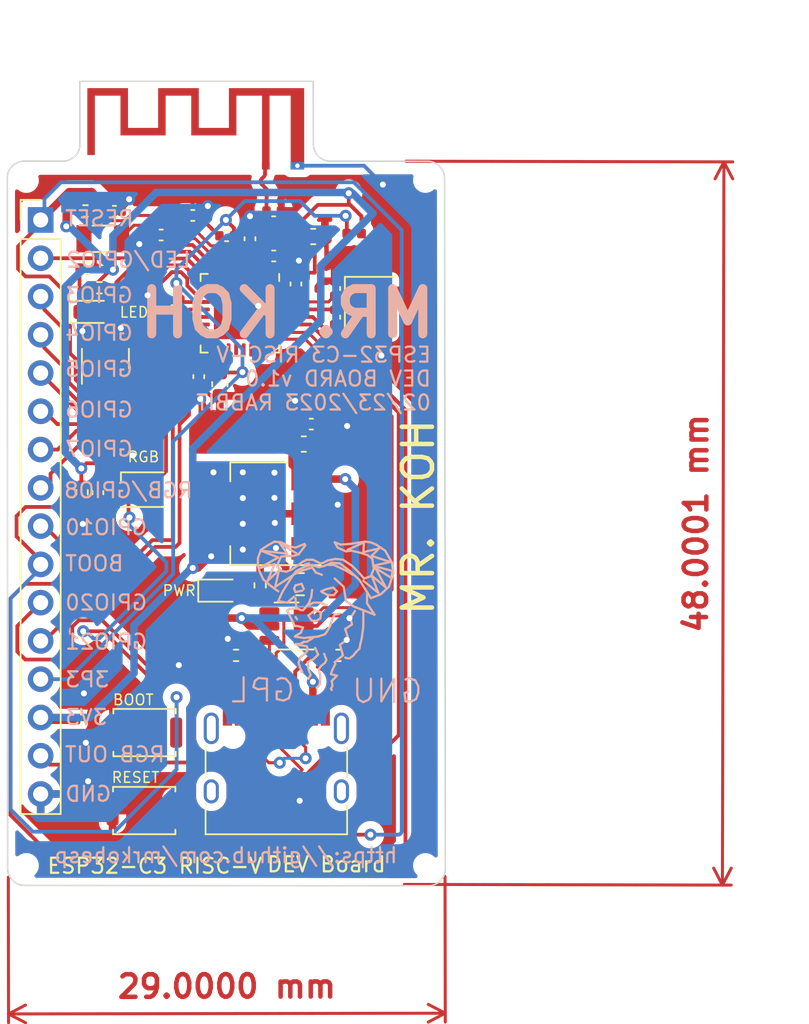
<source format=kicad_pcb>
(kicad_pcb (version 20211014) (generator pcbnew)
  (title_block (title "MR-KOH") (date "2023-01-22") (rev "1"))
  (layers (0 "F.Cu" signal) (31 "B.Cu" signal) (34 "B.Paste" user) (35 "F.Paste" user) (36 "B.SilkS" user "B.Silkscreen") (37 "F.SilkS" user "F.Silkscreen") (38 "B.Mask" user) (39 "F.Mask" user) (44 "Edge.Cuts" user))
  (net 0 "")
  (net 1 "Net-(Q1-Pad1)")
  (net 2 "/GPIO2")
  (net 3 "+3V3")
  (net 4 "Net-(D3-Pad2)")
  (net 5 "/BOOT")
  (net 6 "Net-(D1-Pad2)")
  (net 7 "GND")
  (net 8 "/RESET")
  (net 9 "/ANT")
  (net 10 "/USB_D+")
  (net 11 "/USB_D-")
  (net 12 "/USBC-")
  (net 13 "VBUS")
  (net 14 "/USBC+")
  (net 15 "Net-(C3-Pad1)")
  (net 16 "/GPIO3")
  (net 17 "/GPIO4")
  (net 18 "/GPIO5")
  (net 19 "/GPIO6")
  (net 20 "/GPIO7")
  (net 21 "/GPIO8")
  (net 22 "/GPIO10")
  (net 30 "/GPIO20")
  (net 31 "/GPIO21")
  (net 32 "/DOUT")
  (net 33 "/3p3")
  (net 34 "/XTAL32P")
  (net 35 "/XTAL32N")
  (net 36 "/XTALP")
  (net 37 "/XTALN")
  (net 39 "Net-(J1-PadA8)")
  (net 41 "Net-(J1-PadB8)")
  (footprint "LED_SMD:LED_0603_1608Metric" (layer "F.Cu") (at 27.45 60.1)
    (fp_text reference "D1" hide)
    (fp_text value "WHT" hide)
  )
  (footprint "GAP:MountingHole_1152_JLCPCB" (layer "F.Cu") (at 14.55 78.35)
    (fp_text reference "H2" hide)
    (fp_text value "MountingHole")
  )
  (footprint "Capacitor_SMD:C_0805_2012Metric" (layer "F.Cu") (at 32.725 59.675)
    (fp_text reference "C10" hide)
    (fp_text value "22u")
  )
  (footprint "Capacitor_SMD:C_0402_1005Metric" (layer "F.Cu") (at 19.3 53.6 -90)
    (fp_text reference "C19" hide)
    (fp_text value "100n")
  )
  (footprint "Capacitor_SMD:C_0402_1005Metric" (layer "F.Cu") (at 32.45 39.75 90)
    (fp_text reference "C12" hide)
    (fp_text value "100n")
  )
  (footprint "Inductor_SMD:L_0402_1005Metric" (layer "F.Cu") (at 30.5 36.4 90)
    (fp_text reference "L1" hide)
    (fp_text value "2n2")
  )
  (footprint "Connector_PinHeader_2.54mm:PinHeader_1x16_P2.54mm_Vertical" (layer "F.Cu") (at 15.5 35.5)
    (fp_text reference "J2" hide)
    (fp_text value "header")
  )
  (footprint "Capacitor_SMD:C_0402_1005Metric" (layer "F.Cu") (at 25.6 35.2)
    (fp_text reference "C5" hide)
    (fp_text value "22p")
  )
  (footprint "Crystal:Crystal_SMD_3215-2Pin_3.2x1.5mm" (layer "F.Cu") (at 19.625 36.75 180)
    (fp_text reference "Y1" hide)
    (fp_text value "32K (C32346)")
  )
  (footprint "Capacitor_SMD:C_0402_1005Metric" (layer "F.Cu") (at 20.4 34.925)
    (fp_text reference "C2" hide)
    (fp_text value "100n")
  )
  (footprint "Capacitor_SMD:C_0402_1005Metric" (layer "F.Cu") (at 35.025 40.05 90)
    (fp_text reference "C8" hide)
    (fp_text value "22p")
  )
  (footprint "Resistor_SMD:R_0402_1005Metric" (layer "F.Cu") (at 18.475 34.9)
    (fp_text reference "R1" hide)
    (fp_text value "5K1")
  )
  (footprint "Capacitor_SMD:C_0402_1005Metric" (layer "F.Cu") (at 30.98 37.89)
    (fp_text reference "C3" hide)
    (fp_text value "3p3")
  )
  (footprint "Resistor_SMD:R_0402_1005Metric" (layer "F.Cu") (at 30.075 59.75 -90)
    (fp_text reference "R4" hide)
    (fp_text value "1K5" hide)
  )
  (footprint "Resistor_SMD:R_0402_1005Metric" (layer "F.Cu") (at 18.59 38.7)
    (fp_text reference "R7" hide)
    (fp_text value "5K1")
  )
  (footprint "Capacitor_SMD:C_0402_1005Metric" (layer "F.Cu") (at 23.5 36.5 180)
    (fp_text reference "C6" hide)
    (fp_text value "22p")
  )
  (footprint "Capacitor_SMD:C_0603_1608Metric" (layer "F.Cu") (at 33.6 36.6)
    (fp_text reference "C11" hide)
    (fp_text value "10u")
  )
  (footprint "Package_DFN_QFN:QFN-32-1EP_5x5mm_P0.5mm_EP3.45x3.45mm" (layer "F.Cu") (at 28.73 41.69 -90)
    (fp_text reference "U2" hide)
    (fp_text value "ESP32-C3-FH4")
  )
  (footprint "Button_Switch_SMD:SW_Push_SPST_NO_Alps_SKRK" (layer "F.Cu") (at 22.375 74.7 180)
    (fp_text reference "SW1" hide)
    (fp_text value "RESET")
  )
  (footprint "GAP:MountingHole_1152_JLCPCB" (layer "F.Cu") (at 41.05 32.875)
    (fp_text reference "H1" hide)
    (fp_text value "MountingHole")
  )
  (footprint "GAP:MountingHole_1152_JLCPCB" (layer "F.Cu") (at 41.05 78.35)
    (fp_text reference "H4" hide)
    (fp_text value "MountingHole")
  )
  (footprint "Capacitor_SMD:C_0402_1005Metric" (layer "F.Cu") (at 29.4 36.75 90)
    (fp_text reference "C17" hide)
    (fp_text value "100n")
  )
  (footprint "Connector_USB:USB_C_Receptacle_HRO_TYPE-C-31-M-12" (layer "F.Cu") (at 31.15 72.374951)
    (fp_text reference "J1" hide)
    (fp_text value "USB_C_Receptacle_USB2.0")
  )
  (footprint "Button_Switch_SMD:SW_Push_SPST_NO_Alps_SKRK" (layer "F.Cu") (at 22.4 69.525 180)
    (fp_text reference "SW2" hide)
    (fp_text value "BOOT")
  )
  (footprint "Package_TO_SOT_SMD:SOT-23" (layer "F.Cu") (at 19.8 44.7 90)
    (fp_text reference "Q1" hide)
    (fp_text value "MMBT3904")
  )
  (footprint "GAP:MountingHole_1152_JLCPCB" (layer "F.Cu") (at 14.55 32.875)
    (fp_text reference "H3" hide)
    (fp_text value "MountingHole")
  )
  (footprint "Crystal:Crystal_SMD_3225-4Pin_3.2x2.5mm" (layer "F.Cu") (at 37.35 41.275 -90)
    (fp_text reference "Y2" hide)
    (fp_text value "40Mhz (C252256)")
  )
  (footprint "Resistor_SMD:R_0402_1005Metric" (layer "F.Cu") (at 18.25 53.575 -90)
    (fp_text reference "R5" hide)
    (fp_text value "5K1")
  )
  (footprint "Capacitor_SMD:C_0402_1005Metric" (layer "F.Cu") (at 30.975 34.9)
    (fp_text reference "C4" hide)
    (fp_text value "3p3")
  )
  (footprint "Resistor_SMD:R_0402_1005Metric" (layer "F.Cu") (at 28.475 64.399951 180)
    (fp_text reference "R3" hide)
    (fp_text value "5K1")
  )
  (footprint "Capacitor_SMD:C_0402_1005Metric" (layer "F.Cu") (at 17.825 68.225 90)
    (fp_text reference "C13" hide)
    (fp_text value "100n")
  )
  (footprint "Resistor_SMD:R_0402_1005Metric" (layer "F.Cu") (at 35.275 64.399951)
    (fp_text reference "R2" hide)
    (fp_text value "5K1")
  )
  (footprint "LED_SMD:LED_0603_1608Metric" (layer "F.Cu") (at 18.9 41.6)
    (fp_text reference "D3" hide)
    (fp_text value "RED")
  )
  (footprint "Package_TO_SOT_SMD:SOT-23-6" (layer "F.Cu") (at 31.825 62.449951 180)
    (fp_text reference "U1" hide)
    (fp_text value "USBLC6-2SC6")
  )
  (footprint "Capacitor_SMD:C_0402_1005Metric" (layer "F.Cu") (at 33.475 49.05)
    (fp_text reference "C1" hide)
    (fp_text value "100n")
  )
  (footprint "Inductor_SMD:L_0402_1005Metric" (layer "F.Cu") (at 36.315 36.4)
    (fp_text reference "L2" hide)
    (fp_text value "2n2")
  )
  (footprint "Package_TO_SOT_SMD:SOT-223-3_TabPin2" (layer "F.Cu") (at 30 55 180)
    (fp_text reference "U3" hide)
    (fp_text value "AZ1117-3.3")
  )
  (footprint "Capacitor_SMD:C_0603_1608Metric" (layer "F.Cu") (at 32.975 50.375)
    (fp_text reference "C9" hide)
    (fp_text value "10u")
  )
  (footprint "Capacitor_SMD:C_0603_1608Metric" (layer "F.Cu") (at 27.4 46.4 -90)
    (fp_text reference "C14" hide)
    (fp_text value "10u")
  )
  (footprint "LED_SMD:LED_WS2812B-2020_PLCC4_2.0x2.0mm" (layer "F.Cu") (at 22.25 53.4)
    (fp_text reference "D2" hide)
    (fp_text value "WS2812B")
  )
  (footprint "Capacitor_SMD:C_0402_1005Metric" (layer "F.Cu") (at 24.3 40.8 180)
    (fp_text reference "C16" hide)
    (fp_text value "100n")
  )
  (footprint "Resistor_SMD:R_0402_1005Metric" (layer "F.Cu") (at 19.4 40)
    (fp_text reference "R6" hide)
    (fp_text value "1K5")
  )
  (footprint "Capacitor_SMD:C_0402_1005Metric" (layer "F.Cu") (at 26 45.9 -90)
    (fp_text reference "C15" hide)
    (fp_text value "100n")
  )
  (footprint "Capacitor_SMD:C_0402_1005Metric" (layer "F.Cu") (at 35.025 41.95 -90)
    (fp_text reference "C7" hide)
    (fp_text value "22p")
  )
  (footprint "Capacitor_SMD:C_0402_1005Metric" (layer "F.Cu") (at 27.85 36.55 180)
    (fp_text reference "C18" hide)
    (fp_text value "100n")
  )
  (footprint "RF_Antenna:Texas_SWRA117D_2.4GHz_Left" (layer "F.Cu") (at 30.45 31.9)
    (fp_text reference "AE1" hide)
    (fp_text value "Antenna_Dipole")
  )
  (footprint "Symbol:Symbol_GNU-Logo_SilkscreenTop" (layer "B.Cu") (at 34.17481 60.59893 180)
    (fp_text reference "LOGO1" hide)
    (fp_text value "Logo_Open_Hardware_Small")
  )
  (gr_arc (start 18.1 30.65) (mid 17.688351 31.3425) (end 16.925 31.6) (layer "Edge.Cuts") (width 0.1))
  (gr_line (start 42.319377 32.776789) (end 42.375 78.625) (layer "Edge.Cuts") (width 0.1))
  (gr_line (start 18.1 26.3) (end 18.1 30.65) (layer "Edge.Cuts") (width 0.1))
  (gr_line (start 33.6 26.3) (end 18.1 26.3) (layer "Edge.Cuts") (width 0.1))
  (gr_line (start 13.305623 78.498211) (end 13.288351 32.5425) (layer "Edge.Cuts") (width 0.1))
  (gr_arc (start 14.370349 79.6689) (mid 13.6 79.3) (end 13.305623 78.498211) (layer "Edge.Cuts") (width 0.1))
  (gr_line (start 14.463351 31.5925) (end 16.925 31.6) (layer "Edge.Cuts") (width 0.1))
  (gr_arc (start 41.254651 31.6061) (mid 42.025 31.975) (end 42.319377 32.776789) (layer "Edge.Cuts") (width 0.1))
  (gr_arc (start 34.675 31.6) (mid 33.904651 31.2311) (end 33.610274 30.429311) (layer "Edge.Cuts") (width 0.1))
  (gr_arc (start 13.288351 32.5425) (mid 13.7 31.85) (end 14.463351 31.5925) (layer "Edge.Cuts") (width 0.1))
  (gr_line (start 34.675 31.6) (end 41.254651 31.6061) (layer "Edge.Cuts") (width 0.1))
  (gr_arc (start 42.375 78.625) (mid 42.0061 79.395349) (end 41.204311 79.689726) (layer "Edge.Cuts") (width 0.1))
  (gr_line (start 41.204311 79.689726) (end 14.370349 79.6689) (layer "Edge.Cuts") (width 0.1))
  (gr_line (start 33.610274 30.429311) (end 33.6 26.3) (layer "Edge.Cuts") (width 0.1))
  (gr_text "DEV BOARD v1.0" (at 35.244048 46.0375) (layer "B.SilkS") (effects (font (size 1 1)) (justify mirror)))
  (gr_text "GPIO6" (at 19.37619 48.1) (layer "B.SilkS") (effects (font (size 1 1)) (justify mirror)))
  (gr_text "https://github.com/mrkohesp" (at 27.8 77.675) (layer "B.SilkS") (effects (font (size 1 1)) (justify mirror)))
  (gr_text "GPIO10" (at 19.85238 55.9) (layer "B.SilkS") (effects (font (size 1 1)) (justify mirror)))
  (gr_text "GPIO21" (at 19.85238 63.5) (layer "B.SilkS") (effects (font (size 1 1)) (justify mirror)))
  (gr_text "3V3" (at 18.519047 68.5) (layer "B.SilkS") (effects (font (size 1 1)) (justify mirror)))
  (gr_text "RGB/GPIO8" (at 21.325 53.45) (layer "B.SilkS") (effects (font (size 1 1)) (justify mirror)))
  (gr_text "LED/GPIO2" (at 21.325 38.15) (layer "B.SilkS") (effects (font (size 1 1)) (justify mirror)))
  (gr_text "GPIO5" (at 19.37619 45.4) (layer "B.SilkS") (effects (font (size 1 1)) (justify mirror)))
  (gr_text "BOOT" (at 19.066666 58.3) (layer "B.SilkS") (effects (font (size 1 1)) (justify mirror)))
  (gr_text "GPIO4" (at 19.37619 43) (layer "B.SilkS") (effects (font (size 1 1)) (justify mirror)))
  (gr_text "GND" (at 18.661904 73.6) (layer "B.SilkS") (effects (font (size 1 1)) (justify mirror)))
  (gr_text "GPIO7" (at 19.37619 50.7) (layer "B.SilkS") (effects (font (size 1 1)) (justify mirror)))
  (gr_text "ESP32-C3 RISC-V" (at 34.291667 44.45) (layer "B.SilkS") (effects (font (size 1 1)) (justify mirror)))
  (gr_text "GPIO3" (at 19.37619 40.5) (layer "B.SilkS") (effects (font (size 1 1)) (justify mirror)))
  (gr_text "RESET" (at 19.4 35.4) (layer "B.SilkS") (effects (font (size 1 1)) (justify mirror)))
  (gr_text "GPIO20" (at 19.85238 60.9) (layer "B.SilkS") (effects (font (size 1 1)) (justify mirror)))
  (gr_text "MR. KOH" (at 31.875 41.7) (layer "B.SilkS") (effects (font (size 3 3) (thickness 0.6)) (justify mirror)))
  (gr_text "02/23/2023 RABBIT" (at 33.625 47.625) (layer "B.SilkS") (effects (font (size 1 1)) (justify mirror)))
  (gr_text "3P3" (at 18.590476 66) (layer "B.SilkS") (effects (font (size 1 1)) (justify mirror)))
  (gr_text "RGB OUT" (at 20.425 70.975) (layer "B.SilkS") (effects (font (size 1 1)) (justify mirror)))
  (gr_text "PWR" (at 24.7 60.1) (layer "F.SilkS") (effects (font (size 0.7 0.7) (thickness 0.1))))
  (gr_text "ESP32-C3 RISC-V" (at 23.075 78.375) (layer "F.SilkS") (effects (font (size 1 1))))
  (gr_text "DEV Board" (at 34.475 78.275) (layer "F.SilkS") (effects (font (size 1 1))))
  (gr_text "RGB" (at 22.325 51.225) (layer "F.SilkS") (effects (font (size 0.7 0.7) (thickness 0.1))))
  (gr_text "MR. KOH" (at 40.575 55.225 90) (layer "F.SilkS") (effects (font (size 2 2) (thickness 0.3))))
  (gr_text "BOOT" (at 21.65 67.35) (layer "F.SilkS") (effects (font (size 0.7 0.7) (thickness 0.1))))
  (gr_text "LED" (at 21.7 41.625) (layer "F.SilkS") (effects (font (size 0.7 0.7) (thickness 0.1))))
  (gr_text "RESET" (at 21.8 72.5) (layer "F.SilkS") (effects (font (size 0.7 0.7) (thickness 0.1))))
  (dimension (type aligned) (layer "F.Cu") (pts (xy 13.35 78.625) (xy 42.35 78.575)) (height 9.573252) (gr_text "29.0000 mm" (at 27.863403 86.373241 0.09878572886) (layer "F.Cu") (effects (font (size 1.5 1.5) (thickness 0.3)))) (format (units 3) (units_format 1) (precision 4)) (style (thickness 0.2) (arrow_length 1.27) (text_position_mode 0) (extension_height 0.58642) (extension_offset 0.5) keep_text_aligned))
  (dimension (type aligned) (layer "F.Cu") (pts (xy 39.25 31.6) (xy 39.15 79.6)) (height -21.621457) (gr_text "48.0001 mm" (at 59.021414 55.641295 89.88063397) (layer "F.Cu") (effects (font (size 1.5 1.5) (thickness 0.3)))) (format (units 3) (units_format 1) (precision 4)) (style (thickness 0.2) (arrow_length 1.27) (text_position_mode 0) (extension_height 0.58642) (extension_offset 0.5) keep_text_aligned))
  (segment (start 18.719462 40.8) (end 18.806479 40.8) (width 0.25) (layer "F.Cu") (net 1))
  (segment (start 19.175 45.3125) (end 18.85 45.6375) (width 0.25) (layer "F.Cu") (net 1))
  (segment (start 19.025 41.018521) (end 18.925 41.118521) (width 0.25) (layer "F.Cu") (net 1))
  (segment (start 18.925 42.081479) (end 19.175 42.331479) (width 0.25) (layer "F.Cu") (net 1))
  (segment (start 18.08 38.7) (end 18.08 40.160538) (width 0.25) (layer "F.Cu") (net 1))
  (segment (start 18.925 41.118521) (end 18.925 42.081479) (width 0.25) (layer "F.Cu") (net 1))
  (segment (start 18.806479 40.8) (end 19.025 41.018521) (width 0.25) (layer "F.Cu") (net 1))
  (segment (start 19.175 42.331479) (end 19.175 45.3125) (width 0.25) (layer "F.Cu") (net 1))
  (segment (start 18.08 40.160538) (end 18.719462 40.8) (width 0.25) (layer "F.Cu") (net 1))
  (segment (start 26.462792 38.04) (end 25.585091 37.162299) (width 0.25) (layer "F.Cu") (net 2))
  (segment (start 19.1 38.7) (end 19.1 38.1) (width 0.25) (layer "F.Cu") (net 2))
  (segment (start 19.1 38.1) (end 19.04 38.04) (width 0.25) (layer "F.Cu") (net 2))
  (segment (start 23.45 37.175) (end 23.475 37.175) (width 0.25) (layer "F.Cu") (net 2))
  (segment (start 22.725 37.9) (end 23.45 37.175) (width 0.25) (layer "F.Cu") (net 2))
  (segment (start 27.98 39.2525) (end 27.98 38.630596) (width 0.25) (layer "F.Cu") (net 2))
  (segment (start 19.04 38.04) (end 15.75 38.04) (width 0.25) (layer "F.Cu") (net 2))
  (segment (start 27.389404 38.04) (end 26.462792 38.04) (width 0.25) (layer "F.Cu") (net 2))
  (segment (start 27.98 38.630596) (end 27.389404 38.04) (width 0.25) (layer "F.Cu") (net 2))
  (segment (start 19.04 38.04) (end 21.489111 38.04) (width 0.25) (layer "F.Cu") (net 2))
  (segment (start 25.585091 37.162299) (end 23.466812 37.162299) (width 0.25) (layer "F.Cu") (net 2))
  (segment (start 21.629111 37.9) (end 22.725 37.9) (width 0.25) (layer "F.Cu") (net 2))
  (segment (start 21.489111 38.04) (end 21.629111 37.9) (width 0.25) (layer "F.Cu") (net 2))
  (segment (start 33.15 55) (end 31.658332 55) (width 0.5) (layer "F.Cu") (net 3))
  (segment (start 18.2 51.99) (end 18.2 53.015) (width 0.25) (layer "F.Cu") (net 3))
  (segment (start 31.1675 40.44) (end 32.24 40.44) (width 0.25) (layer "F.Cu") (net 3))
  (segment (start 33.7 37.475) (end 32.825 36.6) (width 0.25) (layer "F.Cu") (net 3))
  (segment (start 33.25 39) (end 33.7 39) (width 0.25) (layer "F.Cu") (net 3))
  (segment (start 15.685 68.705) (end 15.5 68.52) (width 0.5) (layer "F.Cu") (net 3))
  (segment (start 20.135 51.65) (end 21.335 52.85) (width 0.25) (layer "F.Cu") (net 3))
  (segment (start 26.85 57.7) (end 26.85 55) (width 0.5) (layer "F.Cu") (net 3))
  (segment (start 32.16 39.94) (end 32.45 40.23) (width 0.25) (layer "F.Cu") (net 3))
  (segment (start 18.2 51.99) (end 18.54 51.65) (width 0.25) (layer "F.Cu") (net 3))
  (segment (start 31.125 57.85) (end 31.125 57.275) (width 0.5) (layer "F.Cu") (net 3))
  (segment (start 33.7 39) (end 33.7 37.475) (width 0.25) (layer "F.Cu") (net 3))
  (segment (start 32.825 36.6) (end 32.75 36.525) (width 0.25) (layer "F.Cu") (net 3))
  (segment (start 31.125 57.275) (end 30.625 56.775) (width 0.5) (layer "F.Cu") (net 3))
  (segment (start 32.24 40.44) (end 32.45 40.23) (width 0.25) (layer "F.Cu") (net 3))
  (segment (start 31.775 58.5) (end 31.125 57.85) (width 0.5) (layer "F.Cu") (net 3))
  (segment (start 33.05 39.6) (end 33.25 39.4) (width 0.25) (layer "F.Cu") (net 3))
  (segment (start 18.939462 40) (end 20.139462 38.8) (width 0.25) (layer "F.Cu") (net 3))
  (segment (start 17.45 34.9) (end 17.2 35.15) (width 0.5) (layer "F.Cu") (net 3))
  (segment (start 33.25 39.35) (end 33.25 39) (width 0.25) (layer "F.Cu") (net 3))
  (segment (start 35.956115 34.405408) (end 36.8 35.249293) (width 0.25) (layer "F.Cu") (net 3))
  (segment (start 30.625 56.775) (end 30.05 56.775) (width 0.5) (layer "F.Cu") (net 3))
  (segment (start 36.8 35.25) (end 36.8 36.4) (width 0.25) (layer "F.Cu") (net 3))
  (segment (start 18.54 51.65) (end 20.135 51.65) (width 0.25) (layer "F.Cu") (net 3))
  (segment (start 33.05 40.23) (end 33.05 39.6) (width 0.25) (layer "F.Cu") (net 3))
  (segment (start 33.9 34.5) (end 36.05 34.5) (width 0.25) (layer "F.Cu") (net 3))
  (segment (start 25.95 58.6) (end 26.85 57.7) (width 0.5) (layer "F.Cu") (net 3))
  (segment (start 31.775 59.675) (end 31.775 58.5) (width 0.5) (layer "F.Cu") (net 3))
  (segment (start 32.45 40.23) (end 33.05 40.23) (width 0.25) (layer "F.Cu") (net 3))
  (segment (start 18.2 53.015) (end 18.25 53.065) (width 0.25) (layer "F.Cu") (net 3))
  (segment (start 31.1675 39.94) (end 32.16 39.94) (width 0.25) (layer "F.Cu") (net 3))
  (segment (start 17.965 34.9) (end 17.45 34.9) (width 0.5) (layer "F.Cu") (net 3))
  (segment (start 17.825 68.705) (end 15.685 68.705) (width 0.5) (layer "F.Cu") (net 3))
  (segment (start 36.8 35.249293) (end 36.8 36.4) (width 0.25) (layer "F.Cu") (net 3))
  (segment (start 35.956115 33.7245) (end 35.956115 34.405408) (width 0.25) (layer "F.Cu") (net 3))
  (segment (start 32.75 36.525) (end 32.75 35.65) (width 0.25) (layer "F.Cu") (net 3))
  (segment (start 25.6 58.6) (end 25.95 58.6) (width 0.5) (layer "F.Cu") (net 3))
  (segment (start 31.658332 55) (end 31.05 55.608332) (width 0.5) (layer "F.Cu") (net 3))
  (segment (start 17.2 35.15) (end 17.2 35.925) (width 0.5) (layer "F.Cu") (net 3))
  (segment (start 30.075 59.24) (end 30.075 56.8) (width 0.5) (layer "F.Cu") (net 3))
  (segment (start 30.075 56.8) (end 30.05 56.775) (width 0.5) (layer "F.Cu") (net 3))
  (segment (start 18.89 40) (end 18.939462 40) (width 0.25) (layer "F.Cu") (net 3))
  (segment (start 20.3 38.8) (end 20.139462 38.8) (width 0.25) (layer "F.Cu") (net 3))
  (segment (start 36.05 34.5) (end 36.8 35.25) (width 0.25) (layer "F.Cu") (net 3))
  (segment (start 32.75 35.65) (end 33.9 34.5) (width 0.25) (layer "F.Cu") (net 3))
  (via (at 28.925 53.958333) (size 0.8) (drill 0.4) (layers "F.Cu" "B.Cu") (net 3))
  (via (at 26.825 57.825) (size 0.8) (drill 0.4) (layers "F.Cu" "B.Cu") (net 3))
  (via (at 28.925 55.666666) (size 0.8) (drill 0.4) (layers "F.Cu" "B.Cu") (net 3))
  (via (at 31.05 55.608332) (size 0.8) (drill 0.4) (layers "F.Cu" "B.Cu") (net 3))
  (via (at 26.975 52.25) (size 0.8) (drill 0.4) (layers "F.Cu" "B.Cu") (net 3))
  (via (at 31.025 52.275) (size 0.8) (drill 0.4) (layers "F.Cu" "B.Cu") (net 3))
  (via (at 31.025 53.941666) (size 0.8) (drill 0.4) (layers "F.Cu" "B.Cu") (net 3))
  (via (at 28.925 52.25) (size 0.8) (drill 0.4) (layers "F.Cu" "B.Cu") (net 3))
  (via (at 35.956115 33.7245) (size 0.8) (drill 0.4) (layers "F.Cu" "B.Cu") (net 3))
  (via (at 20.3 38.8) (size 0.8) (drill 0.4) (layers "F.Cu" "B.Cu") (net 3))
  (via (at 17.2 35.925) (size 0.8) (drill 0.4) (layers "F.Cu" "B.Cu") (net 3))
  (via (at 18.2 51.99) (size 0.8) (drill 0.4) (layers "F.Cu" "B.Cu") (net 3))
  (via (at 31.125 57.275) (size 0.8) (drill 0.4) (layers "F.Cu" "B.Cu") (net 3))
  (via (at 25.6 58.6) (size 0.8) (drill 0.4) (layers "F.Cu" "B.Cu") (net 3))
  (via (at 28.925 57.375) (size 0.8) (drill 0.4) (layers "F.Cu" "B.Cu") (net 3))
  (segment (start 25.513172 58.6) (end 21.7 62.413172) (width 0.5) (layer "B.Cu") (net 3))
  (segment (start 34.1 42.175305) (end 25.6 50.675305) (width 0.5) (layer "B.Cu") (net 3))
  (segment (start 25.6 58.6) (end 25.513172 58.6) (width 0.5) (layer "B.Cu") (net 3))
  (segment (start 37.561828 35.075) (end 34.1 38.536828) (width 0.5) (layer "B.Cu") (net 3))
  (segment (start 17.425 35.925) (end 20.3 38.8) (width 0.5) (layer "B.Cu") (net 3))
  (segment (start 25.6 50.675305) (end 25.6 58.6) (width 0.5) (layer "B.Cu") (net 3))
  (segment (start 20.3 36.55) (end 20.3 38.8) (width 0.5) (layer "B.Cu") (net 3))
  (segment (start 17.15 50.94) (end 17.15 39.925) (width 0.5) (layer "B.Cu") (net 3))
  (segment (start 35.956115 33.7245) (end 36.211328 33.7245) (width 0.5) (layer "B.Cu") (net 3))
  (segment (start 36.211328 33.7245) (end 37.561828 35.075) (width 0.5) (layer "B.Cu") (net 3))
  (segment (start 17.2 35.925) (end 17.425 35.925) (width 0.5) (layer "B.Cu") (net 3))
  (segment (start 18.2 51.99) (end 17.15 50.94) (width 0.5) (layer "B.Cu") (net 3))
  (segment (start 23.175 33.675) (end 20.3 36.55) (width 0.5) (layer "B.Cu") (net 3))
  (segment (start 18.275 38.8) (end 20.3 38.8) (width 0.5) (layer "B.Cu") (net 3))
  (segment (start 35.956115 33.7245) (end 35.906615 33.675) (width 0.5) (layer "B.Cu") (net 3))
  (segment (start 34.1 38.536828) (end 34.1 42.175305) (width 0.5) (layer "B.Cu") (net 3))
  (segment (start 35.906615 33.675) (end 23.175 33.675) (width 0.5) (layer "B.Cu") (net 3))
  (segment (start 17.15 39.925) (end 18.275 38.8) (width 0.5) (layer "B.Cu") (net 3))
  (segment (start 21.7 65.575) (end 18.755 68.52) (width 0.5) (layer "B.Cu") (net 3))
  (segment (start 18.755 68.52) (end 15.75 68.52) (width 0.5) (layer "B.Cu") (net 3))
  (segment (start 21.7 62.413172) (end 21.7 65.575) (width 0.5) (layer "B.Cu") (net 3))
  (segment (start 19.7875 43.75) (end 19.7875 41.7) (width 0.25) (layer "F.Cu") (net 4))
  (segment (start 19.8 43.7625) (end 19.7875 43.75) (width 0.25) (layer "F.Cu") (net 4))
  (segment (start 19.91 41.5775) (end 19.7875 41.7) (width 0.25) (layer "F.Cu") (net 4))
  (segment (start 19.91 39.8) (end 19.91 41.5775) (width 0.25) (layer "F.Cu") (net 4))
  (segment (start 25.53 43.566104) (end 24.9 44.196104) (width 0.25) (layer "F.Cu") (net 5))
  (segment (start 17.845 53.68) (end 18.25 54.085) (width 0.25) (layer "F.Cu") (net 5))
  (segment (start 25.806992 42.94) (end 25.53 43.216992) (width 0.25) (layer "F.Cu") (net 5))
  (segment (start 16.875 54.55) (end 16.925 54.6) (width 0.25) (layer "F.Cu") (net 5))
  (segment (start 16.925 54.6) (end 17.845 53.68) (width 0.25) (layer "F.Cu") (net 5))
  (segment (start 22.913604 56.75) (end 21.338604 58.325) (width 0.25) (layer "F.Cu") (net 5))
  (segment (start 18.891396 58.325) (end 16.925 56.358604) (width 0.25) (layer "F.Cu") (net 5))
  (segment (start 14.5 54.55) (end 16.875 54.55) (width 0.25) (layer "F.Cu") (net 5))
  (segment (start 19.3 53.12) (end 19.215 53.12) (width 0.25) (layer "F.Cu") (net 5))
  (segment (start 24.275 56.75) (end 22.913604 56.75) (width 0.25) (layer "F.Cu") (net 5))
  (segment (start 24.275 48.879772) (end 24.275 56.75) (width 0.25) (layer "F.Cu") (net 5))
  (segment (start 19.215 53.12) (end 18.25 54.085) (width 0.25) (layer "F.Cu") (net 5))
  (segment (start 26.2925 42.94) (end 25.806992 42.94) (width 0.25) (layer "F.Cu") (net 5))
  (segment (start 24.9 48.254772) (end 24.275 48.879772) (width 0.25) (layer "F.Cu") (net 5))
  (segment (start 13.9 56.51) (end 13.9 55.15) (width 0.25) (layer "F.Cu") (net 5))
  (segment (start 24.525 68.625) (end 24.525 67.175) (width 0.25) (layer "F.Cu") (net 5))
  (segment (start 21.338604 58.325) (end 18.891396 58.325) (width 0.25) (layer "F.Cu") (net 5))
  (segment (start 13.9 55.15) (end 14.5 54.55) (width 0.25) (layer "F.Cu") (net 5))
  (segment (start 16.925 56.358604) (end 16.925 54.6) (width 0.25) (layer "F.Cu") (net 5))
  (segment (start 15.75 58.36) (end 13.9 56.51) (width 0.25) (layer "F.Cu") (net 5))
  (segment (start 24.9 44.196104) (end 24.9 48.254772) (width 0.25) (layer "F.Cu") (net 5))
  (segment (start 25.53 43.216992) (end 25.53 43.566104) (width 0.25) (layer "F.Cu") (net 5))
  (via (at 24.525 67.175) (size 0.8) (drill 0.4) (layers "F.Cu" "B.Cu") (net 5))
  (segment (start 24.525 67.175) (end 24.525 71.975) (width 0.25) (layer "B.Cu") (net 5))
  (segment (start 13.5 74.625) (end 13.5 60.61) (width 0.25) (layer "B.Cu") (net 5))
  (segment (start 20.4 76.1) (end 14.975 76.1) (width 0.25) (layer "B.Cu") (net 5))
  (segment (start 14.975 76.1) (end 13.5 74.625) (width 0.25) (layer "B.Cu") (net 5))
  (segment (start 24.525 71.975) (end 20.4 76.1) (width 0.25) (layer "B.Cu") (net 5))
  (segment (start 13.5 60.61) (end 15.75 58.36) (width 0.25) (layer "B.Cu") (net 5))
  (segment (start 30.075 60.26) (end 28.3975 60.26) (width 0.25) (layer "F.Cu") (net 6))
  (segment (start 28.3975 60.26) (end 28.2375 60.1) (width 0.25) (layer "F.Cu") (net 6))
  (segment (start 27.4 47.175) (end 26.795 47.175) (width 0.25) (layer "F.Cu") (net 7))
  (segment (start 21.625 51.125) (end 22.175 51.675) (width 0.25) (layer "F.Cu") (net 7))
  (segment (start 27.965 63.340451) (end 27.9245 63.299951) (width 0.25) (layer "F.Cu") (net 7))
  (segment (start 32.34 37.89) (end 32.65 38.2) (width 0.25) (layer "F.Cu") (net 7))
  (segment (start 23.82 40.8) (end 22.9 40.8) (width 0.25) (layer "F.Cu") (net 7))
  (segment (start 26.093649 46.473649) (end 26 46.38) (width 0.25) (layer "F.Cu") (net 7))
  (segment (start 27.9 68.329951) (end 27.9 67.426326) (width 0.25) (layer "F.Cu") (net 7))
  (segment (start 27.37 36.55) (end 27.325 36.55) (width 0.25) (layer "F.Cu") (net 7))
  (segment (start 19.3 54.08) (end 19.3 54.6755) (width 0.25) (layer "F.Cu") (net 7))
  (segment (start 32.4 47.5) (end 32.405 47.5) (width 0.5) (layer "F.Cu") (net 7))
  (segment (start 20.88 34.6195) (end 21.375 34.1245) (width 0.5) (layer "F.Cu") (net 7))
  (segment (start 22.05 37.1) (end 22.8 36.35) (width 0.25) (layer "F.Cu") (net 7))
  (segment (start 34.55 61.75) (end 35.825 61.75) (width 0.25) (layer "F.Cu") (net 7))
  (segment (start 26.08 35.305) (end 26.08 35.2) (width 0.25) (layer "F.Cu") (net 7))
  (segment (start 23.165 53.95) (end 22.325 53.95) (width 0.25) (layer "F.Cu") (net 7))
  (segment (start 34.4 66.799951) (end 35.785 65.414951) (width 0.25) (layer "F.Cu") (net 7))
  (segment (start 18.3723 67.1977) (end 17.825 67.745) (width 0.5) (layer "F.Cu") (net 7))
  (segment (start 18.2745 41.762) (end 18.1125 41.6) (width 0.25) (layer "F.Cu") (net 7))
  (segment (start 20.75 42.75) (end 20.820454 42.679546) (width 0.25) (layer "F.Cu") (net 7))
  (segment (start 27.325 36.55) (end 26.08 35.305) (width 0.25) (layer "F.Cu") (net 7))
  (segment (start 26.843099 66.369425) (end 25.523674 65.05) (width 0.25) (layer "F.Cu") (net 7))
  (segment (start 25.523674 65.05) (end 24.675 65.05) (width 0.25) (layer "F.Cu") (net 7))
  (segment (start 34.4 68.329951) (end 34.4 66.799951) (width 0.25) (layer "F.Cu") (net 7))
  (segment (start 33.955 49.05) (end 33.955 50.17) (width 0.25) (layer "F.Cu") (net 7))
  (segment (start 18.3723 66.9223) (end 18.3723 67.1977) (width 0.5) (layer "F.Cu") (net 7))
  (segment (start 27.9 67.426326) (end 26.843099 66.369425) (width 0.25) (layer "F.Cu") (net 7))
  (segment (start 26.093649 47.381753) (end 26.093649 46.473649) (width 0.25) (layer "F.Cu") (net 7))
  (segment (start 22.175 53.8) (end 22.175 51.675) (width 0.25) (layer "F.Cu") (net 7))
  (segment (start 33.955 49.05) (end 33.955 49.042391) (width 0.25) (layer "F.Cu") (net 7))
  (segment (start 22.8 36.35) (end 23.02 36.35) (width 0.25) (layer "F.Cu") (net 7))
  (segment (start 22.325 53.95) (end 22.175 53.8) (width 0.25) (layer "F.Cu") (net 7))
  (segment (start 35.825 61.75) (end 36.005378 61.930378) (width 0.25) (layer "F.Cu") (net 7))
  (segment (start 19.3 54.6755) (end 18.3 55.6755) (width 0.25) (layer "F.Cu") (net 7))
  (segment (start 32.9625 62.449951) (end 33.850049 62.449951) (width 0.25) (layer "F.Cu") (net 7))
  (segment (start 32.45 38.4) (end 32.65 38.2) (width 0.25) (layer "F.Cu") (net 7))
  (segment (start 32.45 39.27) (end 32.45 38.4) (width 0.25) (layer "F.Cu") (net 7))
  (segment (start 27.965 64.399951) (end 27.965 63.340451) (width 0.25) (layer "F.Cu") (net 7))
  (segment (start 22.9 40.8) (end 22.6 40.5) (width 0.25) (layer "F.Cu") (net 7))
  (segment (start 18.2745 42.880064) (end 18.2745 41.762) (width 0.25) (layer "F.Cu") (net 7))
  (segment (start 26.795 47.175) (end 26 46.38) (width 0.25) (layer "F.Cu") (net 7))
  (segment (start 33.955 50.17) (end 33.75 50.375) (width 0.25) (layer "F.Cu") (net 7))
  (segment (start 29.4 35.25) (end 29.4 36.27) (width 0.25) (layer "F.Cu") (net 7))
  (segment (start 20.88 34.925) (end 20.88 34.6195) (width 0.5) (layer "F.Cu") (net 7))
  (segment (start 26.6 34.5745) (end 26.6 34.68) (width 0.25) (layer "F.Cu") (net 7))
  (segment (start 26.6 34.68) (end 26.08 35.2) (width 0.25) (layer "F.Cu") (net 7))
  (segment (start 20.75 45.6375) (end 20.75 42.75) (width 0.25) (layer "F.Cu") (net 7))
  (segment (start 31.46 37.89) (end 32.34 37.89) (width 0.25) (layer "F.Cu") (net 7))
  (segment (start 33.955 49.042391) (end 32.412609 47.5) (width 0.25) (layer "F.Cu") (net 7))
  (segment (start 35.785 65.414951) (end 35.785 64.349951) (width 0.25) (layer "F.Cu") (net 7))
  (segment (start 33.850049 62.449951) (end 34.55 61.75) (width 0.25) (layer "F.Cu") (net 7))
  (segment (start 32.412609 47.5) (end 32.4 47.5) (width 0.25) (layer "F.Cu") (net 7))
  (via (at 32.65 38.2) (size 0.8) (drill 0.4) (layers "F.Cu" "B.Cu") (net 7))
  (via (at 36.005378 61.930378) (size 0.8) (drill 0.4) (layers "F.Cu" "B.Cu") (net 7))
  (via (at 32.7 74.05) (size 0.8) (drill 0.4) (layers "F.Cu" "B.Cu") (net 7))
  (via (at 32.4 47.5) (size 0.8) (drill 0.4) (layers "F.Cu" "B.Cu") (net 7))
  (via (at 18.65 72.75) (size 0.8) (drill 0.4) (layers "F.Cu" "B.Cu") (net 7))
  (via (at 26.6 34.5745) (size 0.8) (drill 0.4) (layers "F.Cu" "B.Cu") (net 7))
  (via (at 18.2745 42.880064) (size 0.8) (drill 0.4) (layers "F.Cu" "B.Cu") (net 7))
  (via (at 35.825 63.375) (size 0.8) (drill 0.4) (layers "F.Cu" "B.Cu") (net 7))
  (via (at 38.125 44.5) (size 0.8) (drill 0.4) (layers "F.Cu" "B.Cu") (net 7))
  (via (at 21.625 51.125) (size 0.8) (drill 0.4) (layers "F.Cu" "B.Cu") (net 7))
  (via (at 26.093649 47.381753) (size 0.8) (drill 0.4) (layers "F.Cu" "B.Cu") (net 7))
  (via (at 18.5 70.2) (size 0.8) (drill 0.4) (layers "F.Cu" "B.Cu") (net 7))
  (via (at 27.9245 63.299951) (size 0.8) (drill 0.4) (layers "F.Cu" "B.Cu") (net 7))
  (via (at 18.3723 66.9223) (size 0.8) (drill 0.4) (layers "F.Cu" "B.Cu") (net 7))
  (via (at 22.6 40.5) (size 0.8) (drill 0.4) (layers "F.Cu" "B.Cu") (net 7))
  (via (at 21.375 34.1245) (size 0.8) (drill 0.4) (layers "F.Cu" "B.Cu") (net 7))
  (via (at 18.3 55.6755) (size 0.8) (drill 0.4) (layers "F.Cu" "B.Cu") (net 7))
  (via (at 35.225 54.4) (size 0.8) (drill 0.4) (layers "F.Cu" "B.Cu") (net 7))
  (via (at 22.05 37.1) (size 0.8) (drill 0.4) (layers "F.Cu" "B.Cu") (net 7))
  (via (at 29.4 35.25) (size 0.8) (drill 0.4) (layers "F.Cu" "B.Cu") (net 7))
  (via (at 24.675 65.05) (size 0.8) (drill 0.4) (layers "F.Cu" "B.Cu") (net 7))
  (via (at 38.225 33.15) (size 0.8) (drill 0.4) (layers "F.Cu" "B.Cu") (net 7))
  (via (at 20.820454 42.679546) (size 0.8) (drill 0.4) (layers "F.Cu" "B.Cu") (net 7))
  (via (at 35.85 49.175) (size 0.8) (drill 0.4) (layers "F.Cu" "B.Cu") (net 7))
  (via (at 29.95 41.2) (size 0.8) (drill 0.4) (layers "F.Cu" "B.Cu") (net 7))
  (segment (start 32.65 38.2) (end 32.65 38.5) (width 0.25) (layer "B.Cu") (net 7))
  (segment (start 29.7 35.25) (end 29.4 35.25) (width 0.25) (layer "B.Cu") (net 7))
  (segment (start 18.3723 66.9223) (end 18.45 67) (width 0.25) (layer "B.Cu") (net 7))
  (segment (start 32.55 31.9) (end 36.975 31.9) (width 0.25) (layer "B.Cu") (net 7))
  (segment (start 36.975 31.9) (end 38.225 33.15) (width 0.25) (layer "B.Cu") (net 7))
  (segment (start 20.820454 42.679546) (end 20.619936 42.880064) (width 0.25) (layer "B.Cu") (net 7))
  (segment (start 21.815507 38.35) (end 20.525 39.640507) (width 0.25) (layer "F.Cu") (net 8))
  (segment (start 17.45 42.521903) (end 16.925 41.996903) (width 0.25) (layer "F.Cu") (net 8))
  (segment (start 21.45 47.25) (end 18.975 47.25) (width 0.25) (layer "F.Cu") (net 8))
  (segment (start 18.975 47.25) (end 17.826625 46.101625) (width 0.25) (layer "F.Cu") (net 8))
  (segment (start 25.398695 37.612299) (end 23.653208 37.612299) (width 0.25) (layer "F.Cu") (net 8))
  (segment (start 26.35 76.575) (end 24.475 74.7) (width 0.25) (layer "F.Cu") (net 8))
  (segment (start 16.925 40.093299) (end 16.081701 39.25) (width 0.25) (layer "F.Cu") (net 8))
  (segment (start 14 38.75) (end 14 37.25) (width 0.25) (layer "F.Cu") (net 8))
  (segment (start 21.120759 41.954546) (end 21.75 42.583787) (width 0.25) (layer "F.Cu") (net 8))
  (segment (start 21.75 46.95) (end 21.45 47.25) (width 0.25) (layer "F.Cu") (net 8))
  (segment (start 37.4 76.3) (end 36 76.3) (width 0.25) (layer "F.Cu") (net 8))
  (segment (start 21.75 42.583787) (end 21.75 46.95) (width 0.25) (layer "F.Cu") (net 8))
  (segment (start 19.92 34.925) (end 19.06 34.925) (width 0.5) (layer "F.Cu") (net 8))
  (segment (start 19.92 34.65) (end 18.895 33.625) (width 0.5) (layer "F.Cu") (net 8))
  (segment (start 16.081701 39.25) (end 14.5 39.25) (width 0.25) (layer "F.Cu") (net 8))
  (segment (start 17.826625 46.101625) (end 17.826625 44.726625) (width 0.25) (layer "F.Cu") (net 8))
  (segment (start 20.525 41.954546) (end 21.120759 41.954546) (width 0.25) (layer "F.Cu") (net 8))
  (segment (start 26.503388 38.716992) (end 25.398695 37.612299) (width 0.25) (layer "F.Cu") (net 8))
  (segment (start 26.53 38.716992) (end 26.503388 38.716992) (width 0.25) (layer "F.Cu") (net 8))
  (segment (start 27.203008 38.49) (end 26.756992 38.49) (width 0.25) (layer "F.Cu") (net 8))
  (segment (start 14 37.25) (end 15.75 35.5) (width 0.25) (layer "F.Cu") (net 8))
  (segment (start 22.915507 38.35) (end 21.815507 38.35) (width 0.25) (layer "F.Cu") (net 8))
  (segment (start 16.925 41.996903) (end 16.925 40.093299) (width 0.25) (layer "F.Cu") (net 8))
  (segment (start 27.48 38.766992) (end 27.203008 38.49) (width 0.25) (layer "F.Cu") (net 8))
  (segment (start 17.826625 44.726625) (end 17.45 44.35) (width 0.25) (layer "F.Cu") (net 8))
  (segment (start 35.725 76.575) (end 26.35 76.575) (width 0.25) (layer "F.Cu") (net 8))
  (segment (start 23.653208 37.612299) (end 22.915507 38.35) (width 0.25) (layer "F.Cu") (net 8))
  (segment (start 27.48 39.2525) (end 27.48 38.766992) (width 0.25) (layer "F.Cu") (net 8))
  (segment (start 20.525 39.640507) (end 20.525 41.954546) (width 0.25) (layer "F.Cu") (net 8))
  (segment (start 17.45 44.35) (end 17.45 42.521903) (width 0.25) (layer "F.Cu") (net 8))
  (segment (start 18.895 33.625) (end 17.375 33.625) (width 0.5) (layer "F.Cu") (net 8))
  (segment (start 14.5 39.25) (end 14 38.75) (width 0.25) (layer "F.Cu") (net 8))
  (segment (start 26.756992 38.49) (end 26.53 38.716992) (width 0.25) (layer "F.Cu") (net 8))
  (segment (start 36 76.3) (end 35.725 76.575) (width 0.25) (layer "F.Cu") (net 8))
  (segment (start 17.375 33.625) (end 15.5 35.5) (width 0.5) (layer "F.Cu") (net 8))
  (via (at 37.4 76.3) (size 0.8) (drill 0.4) (layers "F.Cu" "B.Cu") (net 8))
  (segment (start 39.475 76.05) (end 39.475 36.175) (width 0.25) (layer "B.Cu") (net 8))
  (segment (start 37.4 76.3) (end 39.225 76.3) (width 0.25) (layer "B.Cu") (net 8))
  (segment (start 15.75 34.1) (end 15.75 35.5) (width 0.25) (layer "B.Cu") (net 8))
  (segment (start 16.85 33) (end 15.75 34.1) (width 0.25) (layer "B.Cu") (net 8))
  (segment (start 36.3 33) (end 16.85 33) (width 0.25) (layer "B.Cu") (net 8))
  (segment (start 39.475 36.175) (end 36.3 33) (width 0.25) (layer "B.Cu") (net 8))
  (arc (start 39.225 76.3) (mid 39.401777 76.226777) (end 39.475 76.05) (width 0.25) (layer "B.Cu") (net 8))
  (segment (start 30.636422 33.777974) (end 30.573223 33.841173) (width 0.25) (layer "F.Cu") (net 9))
  (segment (start 30.326776 32.623224) (end 30.176776 32.773224) (width 0.25) (layer "F.Cu") (net 9))
  (segment (start 30.495 34.9) (end 30.495 34.145) (width 0.25) (layer "F.Cu") (net 9))
  (segment (start 30.571491 33.523224) (end 30.573224 33.523224) (width 0.25) (layer "F.Cu") (net 9))
  (segment (start 30.4 32) (end 30.4 32.446447) (width 0.25) (layer "F.Cu") (net 9))
  (segment (start 30.176777 33.12851) (end 30.571491 33.523224) (width 0.25) (layer "F.Cu") (net 9))
  (segment (start 30.5 34.017949) (end 30.5 34.15) (width 0.25) (layer "F.Cu") (net 9))
  (segment (start 30.176777 33.126777) (end 30.176777 33.12851) (width 0.25) (layer "F.Cu") (net 9))
  (segment (start 30.5 35.915) (end 30.5 34.93) (width 0.5) (layer "F.Cu") (net 9))
  (arc (start 30.5 34.017949) (mid 30.51903 33.922278) (end 30.573223 33.841173) (width 0.25) (layer "F.Cu") (net 9))
  (arc (start 30.176776 32.773224) (mid 30.103553 32.950001) (end 30.176777 33.126777) (width 0.25) (layer "F.Cu") (net 9))
  (arc (start 30.4 32.446447) (mid 30.38097 32.542118) (end 30.326776 32.623224) (width 0.25) (layer "F.Cu") (net 9))
  (arc (start 30.573224 33.523224) (mid 30.639527 33.641641) (end 30.636422 33.777974) (width 0.25) (layer "F.Cu") (net 9))
  (segment (start 38.836231 48.543031) (end 33.258199 42.964999) (width 0.2) (layer "F.Cu") (net 10))
  (segment (start 34.15109 63.049951) (end 34.570663 62.630378) (width 0.2) (layer "F.Cu") (net 10))
  (segment (start 32.9625 63.399951) (end 33.3125 63.049951) (width 0.2) (layer "F.Cu") (net 10))
  (segment (start 38.836231 60.031969) (end 38.836231 48.543031) (width 0.2) (layer "F.Cu") (net 10))
  (segment (start 33.3125 63.049951) (end 34.15109 63.049951) (width 0.2) (layer "F.Cu") (net 10))
  (segment (start 36.705378 62.162822) (end 38.836231 60.031969) (width 0.2) (layer "F.Cu") (net 10))
  (segment (start 36.705378 62.220328) (end 36.705378 62.162822) (width 0.2) (layer "F.Cu") (net 10))
  (segment (start 33.258199 42.964999) (end 31.192499 42.964999) (width 0.2) (layer "F.Cu") (net 10))
  (segment (start 31.192499 42.964999) (end 31.1675 42.94) (width 0.2) (layer "F.Cu") (net 10))
  (segment (start 34.570663 62.630378) (end 36.295328 62.630378) (width 0.2) (layer "F.Cu") (net 10))
  (segment (start 36.295328 62.630378) (end 36.705378 62.220328) (width 0.2) (layer "F.Cu") (net 10))
  (segment (start 31.192499 43.415001) (end 31.1675 43.44) (width 0.2) (layer "F.Cu") (net 11))
  (segment (start 34.280969 61.230378) (end 36.295328 61.230378) (width 0.2) (layer "F.Cu") (net 11))
  (segment (start 33.3125 61.849951) (end 33.661396 61.849951) (width 0.2) (layer "F.Cu") (net 11))
  (segment (start 33.661396 61.849951) (end 34.280969 61.230378) (width 0.2) (layer "F.Cu") (net 11))
  (segment (start 36.648375 61.583425) (end 38.386231 59.845569) (width 0.2) (layer "F.Cu") (net 11))
  (segment (start 36.295328 61.230378) (end 36.648375 61.583425) (width 0.2) (layer "F.Cu") (net 11))
  (segment (start 38.386231 48.729431) (end 33.071801 43.415001) (width 0.2) (layer "F.Cu") (net 11))
  (segment (start 33.071801 43.415001) (end 31.192499 43.415001) (width 0.2) (layer "F.Cu") (net 11))
  (segment (start 38.386231 59.845569) (end 38.386231 48.729431) (width 0.2) (layer "F.Cu") (net 11))
  (segment (start 32.9625 61.499951) (end 33.3125 61.849951) (width 0.2) (layer "F.Cu") (net 11))
  (segment (start 31.0375 61.849951) (end 31.386396 61.849951) (width 0.2) (layer "F.Cu") (net 12))
  (segment (start 33.094622 71.230378) (end 33.094622 70.499573) (width 0.2) (layer "F.Cu") (net 12))
  (segment (start 30.875 67.21745) (end 30.9 67.24245) (width 0.2) (layer "F.Cu") (net 12))
  (segment (start 30.25 71.125) (end 30.25 69.940686) (width 0.2) (layer "F.Cu") (net 12))
  (segment (start 31.375 71.525) (end 30.65 71.525) (width 0.2) (layer "F.Cu") (net 12))
  (segment (start 30.6875 61.499951) (end 31.0375 61.849951) (width 0.2) (layer "F.Cu") (net 12))
  (segment (start 33.094622 70.499573) (end 31.9 69.304951) (width 0.2) (layer "F.Cu") (net 12))
  (segment (start 30.9 67.24245) (end 30.9 68.329951) (width 0.2) (layer "F.Cu") (net 12))
  (segment (start 31.9 69.304951) (end 31.9 68.329951) (width 0.2) (layer "F.Cu") (net 12))
  (segment (start 31.1375 66.2307) (end 30.875 66.4932) (width 0.2) (layer "F.Cu") (net 12))
  (segment (start 31.65 62.113555) (end 31.65 63.736347) (width 0.2) (layer "F.Cu") (net 12))
  (segment (start 30.9 69.290686) (end 30.9 68.329951) (width 0.2) (layer "F.Cu") (net 12))
  (segment (start 31.65 63.736347) (end 31.1375 64.248847) (width 0.2) (layer "F.Cu") (net 12))
  (segment (start 31.386396 61.849951) (end 31.65 62.113555) (width 0.2) (layer "F.Cu") (net 12))
  (segment (start 30.25 69.940686) (end 30.9 69.290686) (width 0.2) (layer "F.Cu") (net 12))
  (segment (start 31.1375 64.248847) (end 31.1375 66.2307) (width 0.2) (layer "F.Cu") (net 12))
  (segment (start 30.65 71.525) (end 30.25 71.125) (width 0.2) (layer "F.Cu") (net 12))
  (segment (start 30.875 66.4932) (end 30.875 67.21745) (width 0.2) (layer "F.Cu") (net 12))
  (via (at 31.375 71.525) (size 0.8) (drill 0.4) (layers "F.Cu" "B.Cu") (net 12))
  (via (at 33.094622 71.230378) (size 0.8) (drill 0.4) (layers "F.Cu" "B.Cu") (net 12))
  (segment (start 31.669622 71.230378) (end 31.375 71.525) (width 0.2) (layer "B.Cu") (net 12))
  (segment (start 33.094622 71.230378) (end 31.669622 71.230378) (width 0.2) (layer "B.Cu") (net 12))
  (segment (start 28.7 67.024951) (end 27.075 65.399951) (width 0.5) (layer "F.Cu") (net 13))
  (segment (start 32.2 49.15) (end 32.2 50.375) (width 0.5) (layer "F.Cu") (net 13))
  (segment (start 27.45 61.924951) (end 28.85 61.924951) (width 0.5) (layer "F.Cu") (net 13))
  (segment (start 33.575 66.15) (end 33.575 68.304951) (width 0.5) (layer "F.Cu") (net 13))
  (segment (start 33.575 68.304951) (end 33.6 68.329951) (width 0.5) (layer "F.Cu") (net 13))
  (segment (start 30.6875 62.449951) (end 29.375 62.449951) (width 0.5) (layer "F.Cu") (net 13))
  (segment (start 28.7 68.329951) (end 28.7 67.024951) (width 0.5) (layer "F.Cu") (net 13))
  (segment (start 33.15 52.7) (end 35.725 52.7) (width 0.5) (layer "F.Cu") (net 13))
  (segment (start 29.375 62.449951) (end 28.85 61.924951) (width 0.5) (layer "F.Cu") (net 13))
  (segment (start 27.075 65.399951) (end 27.075 62.299951) (width 0.5) (layer "F.Cu") (net 13))
  (segment (start 32.3 49.05) (end 32.2 49.15) (width 0.5) (layer "F.Cu") (net 13))
  (segment (start 32.995 49.05) (end 32.3 49.05) (width 0.5) (layer "F.Cu") (net 13))
  (segment (start 33.15 52.7) (end 32.2 51.75) (width 0.5) (layer "F.Cu") (net 13))
  (segment (start 32.2 51.75) (end 32.2 50.375) (width 0.5) (layer "F.Cu") (net 13))
  (segment (start 27.075 62.299951) (end 27.45 61.924951) (width 0.5) (layer "F.Cu") (net 13))
  (via (at 35.725 52.7) (size 0.8) (drill 0.4) (layers "F.Cu" "B.Cu") (net 13))
  (via (at 33.575 66.15) (size 0.8) (drill 0.4) (layers "F.Cu" "B.Cu") (net 13))
  (via (at 28.85 61.924951) (size 0.8) (drill 0.4) (layers "F.Cu" "B.Cu") (net 13))
  (segment (start 33.575 65.875) (end 33.575 66.15) (width 0.5) (layer "B.Cu") (net 13))
  (segment (start 34.175049 61.924951) (end 36.4 59.7) (width 0.5) (layer "B.Cu") (net 13))
  (segment (start 36.4 53.375) (end 35.725 52.7) (width 0.5) (layer "B.Cu") (net 13))
  (segment (start 36.4 59.7) (end 36.4 53.375) (width 0.5) (layer "B.Cu") (net 13))
  (segment (start 28.85 61.924951) (end 29.624951 61.924951) (width 0.5) (layer "B.Cu") (net 13))
  (segment (start 28.85 61.924951) (end 34.175049 61.924951) (width 0.5) (layer "B.Cu") (net 13))
  (segment (start 29.624951 61.924951) (end 33.575 65.875) (width 0.5) (layer "B.Cu") (net 13))
  (segment (start 29.85 69.775) (end 29.85 71.775) (width 0.2) (layer "F.Cu") (net 14))
  (segment (start 30.425 66.3068) (end 30.425 66.95) (width 0.2) (layer "F.Cu") (net 14))
  (segment (start 31.4 70.525) (end 31.4 68.329951) (width 0.2) (layer "F.Cu") (net 14))
  (segment (start 30.4 68.329951) (end 30.4 69.225) (width 0.2) (layer "F.Cu") (net 14))
  (segment (start 30.6875 63.399951) (end 30.6875 66.0443) (width 0.2) (layer "F.Cu") (net 14))
  (segment (start 30.4 67.24245) (end 30.4 68.329951) (width 0.2) (layer "F.Cu") (net 14))
  (segment (start 31.83646 73.0125) (end 32.86198 71.98698) (width 0.2) (layer "F.Cu") (net 14))
  (segment (start 30.6875 66.0443) (end 30.425 66.3068) (width 0.2) (layer "F.Cu") (net 14))
  (segment (start 29.85 71.775) (end 31.0875 73.0125) (width 0.2) (layer "F.Cu") (net 14))
  (segment (start 32.86198 71.98698) (end 31.4 70.525) (width 0.2) (layer "F.Cu") (net 14))
  (segment (start 30.4 69.225) (end 29.85 69.775) (width 0.2) (layer "F.Cu") (net 14))
  (segment (start 30.425 66.95) (end 30.425 67.21745) (width 0.2) (layer "F.Cu") (net 14))
  (segment (start 31.0875 73.0125) (end 31.83646 73.0125) (width 0.2) (layer "F.Cu") (net 14))
  (segment (start 30.425 67.21745) (end 30.4 67.24245) (width 0.2) (layer "F.Cu") (net 14))
  (segment (start 30.5 36.735) (end 30.5 37.89) (width 0.5) (layer "F.Cu") (net 15))
  (segment (start 30.48 39.2525) (end 30.48 37.91) (width 0.25) (layer "F.Cu") (net 15))
  (segment (start 30.48 37.91) (end 30.5 37.89) (width 0.25) (layer "F.Cu") (net 15))
  (segment (start 25.212299 38.062299) (end 23.839604 38.062299) (width 0.25) (layer "F.Cu") (net 16))
  (segment (start 23.839604 38.062299) (end 23.101903 38.8) (width 0.25) (layer "F.Cu") (net 16))
  (segment (start 18.788604 47.7) (end 17.376625 46.288021) (width 0.25) (layer "F.Cu") (net 16))
  (segment (start 17.376625 44.913021) (end 17 44.536396) (width 0.25) (layer "F.Cu") (net 16))
  (segment (start 26.4025 39.2525) (end 25.212299 38.062299) (width 0.25) (layer "F.Cu") (net 16))
  (segment (start 17.376625 46.288021) (end 17.376625 44.913021) (width 0.25) (layer "F.Cu") (net 16))
  (segment (start 26.98 39.2525) (end 26.4025 39.2525) (width 0.25) (layer "F.Cu") (net 16))
  (segment (start 17 42.708299) (end 15.75 41.458299) (width 0.25) (layer "F.Cu") (net 16))
  (segment (start 22.2 42.397391) (end 22.2 47.136396) (width 0.25) (layer "F.Cu") (net 16))
  (segment (start 23.101903 38.8) (end 22.001903 38.8) (width 0.25) (layer "F.Cu") (net 16))
  (segment (start 20.975 41.504546) (end 21.307155 41.504546) (width 0.25) (layer "F.Cu") (net 16))
  (segment (start 21.636396 47.7) (end 18.788604 47.7) (width 0.25) (layer "F.Cu") (net 16))
  (segment (start 20.975 39.826903) (end 20.975 41.504546) (width 0.25) (layer "F.Cu") (net 16))
  (segment (start 17 44.536396) (end 17 42.708299) (width 0.25) (layer "F.Cu") (net 16))
  (segment (start 22.2 47.136396) (end 21.636396 47.7) (width 0.25) (layer "F.Cu") (net 16))
  (segment (start 15.75 41.458299) (end 15.75 40.58) (width 0.25) (layer "F.Cu") (net 16))
  (segment (start 21.307155 41.504546) (end 22.2 42.397391) (width 0.25) (layer "F.Cu") (net 16))
  (segment (start 22.001903 38.8) (end 20.975 39.826903) (width 0.25) (layer "F.Cu") (net 16))
  (segment (start 26.2925 39.94) (end 25.943388 39.94) (width 0.25) (layer "F.Cu") (net 17))
  (segment (start 21.822792 48.15) (end 18.602208 48.15) (width 0.25) (layer "F.Cu") (net 17))
  (segment (start 22.65 47.322792) (end 21.822792 48.15) (width 0.25) (layer "F.Cu") (net 17))
  (segment (start 25.687701 39.200598) (end 24.999402 38.512299) (width 0.25) (layer "F.Cu") (net 17))
  (segment (start 18.602208 48.15) (end 16.925 46.472792) (width 0.25) (layer "F.Cu") (net 17))
  (segment (start 21.425 41.054546) (end 21.493551 41.054546) (width 0.25) (layer "F.Cu") (net 17))
  (segment (start 21.493551 41.054546) (end 22.65 42.210995) (width 0.25) (layer "F.Cu") (net 17))
  (segment (start 24.026 38.512299) (end 23.288299 39.25) (width 0.25) (layer "F.Cu") (net 17))
  (segment (start 15.75 43.998299) (end 15.75 42.763604) (width 0.25) (layer "F.Cu") (net 17))
  (segment (start 25.943388 39.94) (end 25.687701 39.684313) (width 0.25) (layer "F.Cu") (net 17))
  (segment (start 21.425 40.013299) (end 21.425 41.054546) (width 0.25) (layer "F.Cu") (net 17))
  (segment (start 16.925 45.173299) (end 15.75 43.998299) (width 0.25) (layer "F.Cu") (net 17))
  (segment (start 25.687701 39.684313) (end 25.687701 39.200598) (width 0.25) (layer "F.Cu") (net 17))
  (segment (start 22.65 42.210995) (end 22.65 47.322792) (width 0.25) (layer "F.Cu") (net 17))
  (segment (start 22.188299 39.25) (end 21.425 40.013299) (width 0.25) (layer "F.Cu") (net 17))
  (segment (start 16.925 46.472792) (end 16.925 45.173299) (width 0.25) (layer "F.Cu") (net 17))
  (segment (start 24.999402 38.512299) (end 24.026 38.512299) (width 0.25) (layer "F.Cu") (net 17))
  (segment (start 23.288299 39.25) (end 22.188299 39.25) (width 0.25) (layer "F.Cu") (net 17))
  (segment (start 21.875 40.199695) (end 21.875 40.799599) (width 0.25) (layer "F.Cu") (net 18))
  (segment (start 15.75 45.934188) (end 15.75 45.66) (width 0.25) (layer "F.Cu") (net 18))
  (segment (start 22.374695 39.7) (end 21.875 40.199695) (width 0.25) (layer "F.Cu") (net 18))
  (segment (start 23.1 42.024599) (end 23.1 47.509188) (width 0.25) (layer "F.Cu") (net 18))
  (segment (start 18.415812 48.6) (end 15.75 45.934188) (width 0.25) (layer "F.Cu") (net 18))
  (segment (start 26.2925 40.44) (end 25.806992 40.44) (width 0.25) (layer "F.Cu") (net 18))
  (segment (start 24.212396 38.962299) (end 23.474695 39.7) (width 0.25) (layer "F.Cu") (net 18))
  (segment (start 21.875 40.799599) (end 23.1 42.024599) (width 0.25) (layer "F.Cu") (net 18))
  (segment (start 23.1 47.509188) (end 22.009188 48.6) (width 0.25) (layer "F.Cu") (net 18))
  (segment (start 25.237701 39.870709) (end 25.237701 39.386994) (width 0.25) (layer "F.Cu") (net 18))
  (segment (start 24.813006 38.962299) (end 24.212396 38.962299) (width 0.25) (layer "F.Cu") (net 18))
  (segment (start 25.806992 40.44) (end 25.237701 39.870709) (width 0.25) (layer "F.Cu") (net 18))
  (segment (start 23.474695 39.7) (end 22.374695 39.7) (width 0.25) (layer "F.Cu") (net 18))
  (segment (start 22.009188 48.6) (end 18.415812 48.6) (width 0.25) (layer "F.Cu") (net 18))
  (segment (start 25.237701 39.386994) (end 24.813006 38.962299) (width 0.25) (layer "F.Cu") (net 18))
  (segment (start 26.2925 41.44) (end 25.397804 41.44) (width 0.25) (layer "F.Cu") (net 19))
  (segment (start 24.18 43.006916) (end 23.55 43.636916) (width 0.25) (layer "F.Cu") (net 19))
  (segment (start 23.55 47.695584) (end 22.195584 49.05) (width 0.25) (layer "F.Cu") (net 19))
  (segment (start 22.195584 49.05) (end 16.6 49.05) (width 0.25) (layer "F.Cu") (net 19))
  (segment (start 16.6 49.05) (end 15.75 48.2) (width 0.25) (layer "F.Cu") (net 19))
  (segment (start 25.397804 41.44) (end 24.18 42.657804) (width 0.25) (layer "F.Cu") (net 19))
  (segment (start 23.55 43.636916) (end 23.55 47.695584) (width 0.25) (layer "F.Cu") (net 19))
  (segment (start 24.18 42.657804) (end 24.18 43.006916) (width 0.25) (layer "F.Cu") (net 19))
  (segment (start 24.63 43.193312) (end 24 43.823312) (width 0.25) (layer "F.Cu") (net 20))
  (segment (start 25.5342 41.94) (end 24.63 42.8442) (width 0.25) (layer "F.Cu") (net 20))
  (segment (start 16.635 50.74) (end 15.75 50.74) (width 0.25) (layer "F.Cu") (net 20))
  (segment (start 24 47.88198) (end 22.38198 49.5) (width 0.25) (layer "F.Cu") (net 20))
  (segment (start 24.63 42.8442) (end 24.63 43.193312) (width 0.25) (layer "F.Cu") (net 20))
  (segment (start 24 43.823312) (end 24 47.88198) (width 0.25) (layer "F.Cu") (net 20))
  (segment (start 17.875 49.5) (end 16.635 50.74) (width 0.25) (layer "F.Cu") (net 20))
  (segment (start 22.38198 49.5) (end 17.875 49.5) (width 0.25) (layer "F.Cu") (net 20))
  (segment (start 26.2925 41.94) (end 25.5342 41.94) (width 0.25) (layer "F.Cu") (net 20))
  (segment (start 23.165 52.85) (end 23.825 52.19) (width 0.25) (layer "F.Cu") (net 21))
  (segment (start 23.825 52.19) (end 23.825 48.693376) (width 0.25) (layer "F.Cu") (net 21))
  (segment (start 25.670596 42.44) (end 25.08 43.030596) (width 0.25) (layer "F.Cu") (net 21))
  (segment (start 25.08 43.379708) (end 24.45 44.009708) (width 0.25) (layer "F.Cu") (net 21))
  (segment (start 23.825 48.693376) (end 22.568376 49.95) (width 0.25) (layer "F.Cu") (net 21))
  (segment (start 25.08 43.030596) (end 25.08 43.379708) (width 0.25) (layer "F.Cu") (net 21))
  (segment (start 22.568376 49.95) (end 18.55 49.95) (width 0.25) (layer "F.Cu") (net 21))
  (segment (start 16.155698 52.344302) (end 16.155698 52.874302) (width 0.25) (layer "F.Cu") (net 21))
  (segment (start 26.2925 42.44) (end 25.670596 42.44) (width 0.25) (layer "F.Cu") (net 21))
  (segment (start 18.55 49.95) (end 16.155698 52.344302) (width 0.25) (layer "F.Cu") (net 21))
  (segment (start 16.155698 52.874302) (end 15.75 53.28) (width 0.25) (layer "F.Cu") (net 21))
  (segment (start 24.45 44.009708) (end 24.45 48.068376) (width 0.25) (layer "F.Cu") (net 21))
  (segment (start 24.45 48.068376) (end 22.709188 49.809188) (width 0.25) (layer "F.Cu") (net 21))
  (segment (start 23.1 57.2) (end 21.525 58.775) (width 0.25) (layer "F.Cu") (net 22))
  (segment (start 25.35 48.441168) (end 24.725 49.066168) (width 0.25) (layer "F.Cu") (net 22))
  (segment (start 25.35 44.3825) (end 25.35 48.441168) (width 0.25) (layer "F.Cu") (net 22))
  (segment (start 24.461396 57.2) (end 23.1 57.2) (width 0.25) (layer "F.Cu") (net 22))
  (segment (start 24.725 56.936396) (end 24.461396 57.2) (width 0.25) (layer "F.Cu") (net 22))
  (segment (start 18.705 58.775) (end 15.75 55.82) (width 0.25) (layer "F.Cu") (net 22))
  (segment (start 24.725 49.066168) (end 24.725 56.936396) (width 0.25) (layer "F.Cu") (net 22))
  (segment (start 26.2925 43.44) (end 25.35 44.3825) (width 0.25) (layer "F.Cu") (net 22))
  (segment (start 21.525 58.775) (end 18.705 58.775) (width 0.25) (layer "F.Cu") (net 22))
  (segment (start 31.1675 42.44) (end 33.430995 42.44) (width 0.25) (layer "F.Cu") (net 30))
  (segment (start 17.6 63.875) (end 16.8 64.675) (width 0.25) (layer "F.Cu") (net 30))
  (segment (start 19.586396 62.075) (end 18.024695 62.075) (width 0.25) (layer "F.Cu") (net 30))
  (segment (start 13.95 62.45) (end 15.5 60.9) (width 0.25) (layer "F.Cu") (net 30))
  (segment (start 17.6 62.499695) (end 17.6 63.875) (width 0.25) (layer "F.Cu") (net 30))
  (segment (start 23.25 65.738604) (end 19.586396 62.075) (width 0.25) (layer "F.Cu") (net 30))
  (segment (start 34.275049 71.174951) (end 32.0125 73.4375) (width 0.25) (layer "F.Cu") (net 30))
  (segment (start 18.024695 62.075) (end 17.6 62.499695) (width 0.25) (layer "F.Cu") (net 30))
  (segment (start 23.25 71.51) (end 23.25 65.738604) (width 0.25) (layer "F.Cu") (net 30))
  (segment (start 39.275 69.7) (end 37.800049 71.174951) (width 0.25) (layer "F.Cu") (net 30))
  (segment (start 16.8 64.675) (end 14.475 64.675) (width 0.25) (layer "F.Cu") (net 30))
  (segment (start 14.475 64.675) (end 13.95 64.15) (width 0.25) (layer "F.Cu") (net 30))
  (segment (start 30.5375 73.4375) (end 28.274951 71.174951) (width 0.25) (layer "F.Cu") (net 30))
  (segment (start 25.688653 71.174951) (end 25.353604 71.51) (width 0.25) (layer "F.Cu") (net 30))
  (segment (start 39.275 48.284005) (end 39.275 69.7) (width 0.25) (layer "F.Cu") (net 30))
  (segment (start 33.430995 42.44) (end 39.275 48.284005) (width 0.25) (layer "F.Cu") (net 30))
  (segment (start 13.95 64.15) (end 13.95 62.45) (width 0.25) (layer "F.Cu") (net 30))
  (segment (start 25.353604 71.51) (end 23.25 71.51) (width 0.25) (layer "F.Cu") (net 30))
  (segment (start 28.274951 71.174951) (end 25.688653 71.174951) (width 0.25) (layer "F.Cu") (net 30))
  (segment (start 32.0125 73.4375) (end 30.5375 73.4375) (width 0.25) (layer "F.Cu") (net 30))
  (segment (start 37.800049 71.174951) (end 34.275049 71.174951) (width 0.25) (layer "F.Cu") (net 30))
  (segment (start 13.5 60.625) (end 13.5 75) (width 0.25) (layer "F.Cu") (net 31))
  (segment (start 39.725 48.097609) (end 33.567391 41.94) (width 0.25) (layer "F.Cu") (net 31))
  (segment (start 13.5 75) (end 16.8 78.3) (width 0.25) (layer "F.Cu") (net 31))
  (segment (start 33.567391 41.94) (end 31.1675 41.94) (width 0.25) (layer "F.Cu") (net 31))
  (segment (start 16.8 78.3) (end 38.45 78.3) (width 0.25) (layer "F.Cu") (net 31))
  (segment (start 39.725 77.025) (end 39.725 48.097609) (width 0.25) (layer "F.Cu") (net 31))
  (segment (start 16.925 62.265) (end 16.925 60.124999) (width 0.25) (layer "F.Cu") (net 31))
  (segment (start 16.925 60.124999) (end 16.450001 59.65) (width 0.25) (layer "F.Cu") (net 31))
  (segment (start 38.45 78.3) (end 39.725 77.025) (width 0.25) (layer "F.Cu") (net 31))
  (segment (start 16.450001 59.65) (end 14.475 59.65) (width 0.25) (layer "F.Cu") (net 31))
  (segment (start 14.475 59.65) (end 13.5 60.625) (width 0.25) (layer "F.Cu") (net 31))
  (segment (start 15.75 63.44) (end 16.925 62.265) (width 0.25) (layer "F.Cu") (net 31))
  (segment (start 21.335 55.185) (end 21.335 53.95) (width 0.25) (layer "F.Cu") (net 32))
  (segment (start 21.4 55.25) (end 21.335 55.185) (width 0.25) (layer "F.Cu") (net 32))
  (segment (start 20.675 71.65) (end 16.09 71.65) (width 0.25) (layer "F.Cu") (net 32))
  (segment (start 16.09 71.65) (end 15.5 71.06) (width 0.25) (layer "F.Cu") (net 32))
  (segment (start 22.8 69.525) (end 20.675 71.65) (width 0.25) (layer "F.Cu") (net 32))
  (segment (start 18.325 62.8) (end 19.675 62.8) (width 0.25) (layer "F.Cu") (net 32))
  (segment (start 19.675 62.8) (end 22.8 65.925) (width 0.25) (layer "F.Cu") (net 32))
  (segment (start 22.8 65.925) (end 22.8 69.525) (width 0.25) (layer "F.Cu") (net 32))
  (via (at 18.325 62.8) (size 0.8) (drill 0.4) (layers "F.Cu" "B.Cu") (net 32))
  (via (at 21.4 55.25) (size 0.8) (drill 0.4) (layers "F.Cu" "B.Cu") (net 32))
  (segment (start 21.4 55.25) (end 21.4 55.775) (width 0.25) (layer "B.Cu") (net 32))
  (segment (start 18.525 62.8) (end 18.325 62.8) (width 0.25) (layer "B.Cu") (net 32))
  (segment (start 21.4 55.775) (end 23.85 58.225) (width 0.25) (layer "B.Cu") (net 32))
  (segment (start 19 63.275) (end 18.525 62.8) (width 0.25) (layer "B.Cu") (net 32))
  (segment (start 19.388604 63.275) (end 19 63.275) (width 0.25) (layer "B.Cu") (net 32))
  (segment (start 23.85 58.225) (end 23.85 58.813604) (width 0.25) (layer "B.Cu") (net 32))
  (segment (start 23.85 58.813604) (end 19.388604 63.275) (width 0.25) (layer "B.Cu") (net 32))
  (segment (start 24.78 40.8) (end 24.78 39.954598) (width 0.25) (layer "F.Cu") (net 33))
  (segment (start 29.48 39.2525) (end 29.48 38.362831) (width 0.25) (layer "F.Cu") (net 33))
  (segment (start 28.33 36.03) (end 27.8 35.5) (width 0.25) (layer "F.Cu") (net 33))
  (segment (start 35.83 36.4) (end 35.83 35.304598) (width 0.25) (layer "F.Cu") (net 33))
  (segment (start 27.4 45.625) (end 26.205 45.625) (width 0.25) (layer "F.Cu") (net 33))
  (segment (start 26.98 44.1275) (end 26.4725 44.1275) (width 0.25) (layer "F.Cu") (net 33))
  (segment (start 29.4 37.23) (end 29.01 37.23) (width 0.25) (layer "F.Cu") (net 33))
  (segment (start 28.33 37.212831) (end 28.33 36.55) (width 0.25) (layer "F.Cu") (net 33))
  (segment (start 24.78 39.954598) (end 24.512701 39.687299) (width 0.25) (layer "F.Cu") (net 33))
  (segment (start 29.98 38.337609) (end 29.98 39.2525) (width 0.25) (layer "F.Cu") (net 33))
  (segment (start 28.875 45.625) (end 28.9 45.6) (width 0.25) (layer "F.Cu") (net 33))
  (segment (start 27.4 45.625) (end 28.875 45.625) (width 0.25) (layer "F.Cu") (net 33))
  (segment (start 24.93 40.95) (end 26.68 40.95) (width 0.25) (layer "F.Cu") (net 33))
  (segment (start 29.4 37.757609) (end 29.98 38.337609) (width 0.25) (layer "F.Cu") (net 33))
  (segment (start 29.48 38.362831) (end 28.33 37.212831) (width 0.25) (layer "F.Cu") (net 33))
  (segment (start 35.83 35.304598) (end 35.749951 35.224549) (width 0.25) (layer "F.Cu") (net 33))
  (segment (start 26.4725 44.1275) (end 26 44.6) (width 0.25) (layer "F.Cu") (net 33))
  (segment (start 28.33 36.55) (end 28.33 36.03) (width 0.25) (layer "F.Cu") (net 33))
  (segment (start 26 44.6) (end 26 45.42) (width 0.25) (layer "F.Cu") (net 33))
  (segment (start 24.78 40.8) (end 24.93 40.95) (width 0.25) (layer "F.Cu") (net 33))
  (segment (start 29.4 37.23) (end 29.4 37.757609) (width 0.25) (layer "F.Cu") (net 33))
  (segment (start 26.205 45.625) (end 26 45.42) (width 0.25) (layer "F.Cu") (net 33))
  (segment (start 29.01 37.23) (end 28.33 36.55) (width 0.25) (layer "F.Cu") (net 33))
  (via (at 27.8 35.5) (size 0.8) (drill 0.4) (layers "F.Cu" "B.Cu") (net 33))
  (via (at 24.512701 39.687299) (size 0.8) (drill 0.4) (layers "F.Cu" "B.Cu") (net 33))
  (via (at 35.749951 35.224549) (size 0.8) (drill 0.4) (layers "F.Cu" "B.Cu") (net 33))
  (via (at 28.9 45.6) (size 0.8) (drill 0.4) (layers "F.Cu" "B.Cu") (net 33))
  (segment (start 28.9 45.6) (end 24.3 50.2) (width 0.25) (layer "B.Cu") (net 33))
  (segment (start 27.8 35.5) (end 24.512701 38.787299) (width 0.25) (layer "B.Cu") (net 33))
  (segment (start 17.32 65.98) (end 15.75 65.98) (width 0.25) (layer "B.Cu") (net 33))
  (segment (start 32.724195 34.25) (end 29.05 34.25) (width 0.25) (layer "B.Cu") (net 33))
  (segment (start 33.698744 35.224549) (end 32.724195 34.25) (width 0.25) (layer "B.Cu") (net 33))
  (segment (start 28.9 44.074598) (end 24.512701 39.687299) (width 0.25) (layer "B.Cu") (net 33))
  (segment (start 24.3 59) (end 17.32 65.98) (width 0.25) (layer "B.Cu") (net 33))
  (segment (start 28.9 45.6) (end 28.9 44.074598) (width 0.25) (layer "B.Cu") (net 33))
  (segment (start 35.749951 35.224549) (end 33.698744 35.224549) (width 0.25) (layer "B.Cu") (net 33))
  (segment (start 29.05 34.25) (end 27.8 35.5) (width 0.25) (layer "B.Cu") (net 33))
  (segment (start 24.512701 38.787299) (end 24.512701 39.687299) (width 0.25) (layer "B.Cu") (net 33))
  (segment (start 24.3 50.2) (end 24.3 59) (width 0.25) (layer "B.Cu") (net 33))
  (segment (start 28.98 38.463871) (end 27.731129 37.215) (width 0.2) (layer "F.Cu") (net 34))
  (segment (start 27.731129 37.215) (end 26.804518 37.215) (width 0.2) (layer "F.Cu") (net 34))
  (segment (start 21.641284 35.2) (end 21.291284 35.55) (width 0.2) (layer "F.Cu") (net 34))
  (segment (start 26.804518 37.215) (end 26.399518 36.81) (width 0.2) (layer "F.Cu") (net 34))
  (segment (start 25.12 35.2) (end 25.12 35.527746) (width 0.2) (layer "F.Cu") (net 34))
  (segment (start 25.08 35.2) (end 21.641284 35.2) (width 0.2) (layer "F.Cu") (net 34))
  (segment (start 25.12 35.527746) (end 26.402254 36.81) (width 0.2) (layer "F.Cu") (net 34))
  (segment (start 28.98 39.2525) (end 28.98 38.463871) (width 0.2) (layer "F.Cu") (net 34))
  (segment (start 19.575 35.55) (end 18.375 36.75) (width 0.2) (layer "F.Cu") (net 34))
  (segment (start 21.291284 35.55) (end 19.575 35.55) (width 0.2) (layer "F.Cu") (net 34))
  (segment (start 26.399518 36.81) (end 26.402254 36.81) (width 0.2) (layer "F.Cu") (net 34))
  (segment (start 27.565444 37.615) (end 26.638832 37.615) (width 0.2) (layer "F.Cu") (net 35))
  (segment (start 21.697849 35.85) (end 20.875 36.672849) (width 0.2) (layer "F.Cu") (net 35))
  (segment (start 25.761131 36.737299) (end 25 36.737299) (width 0.2) (layer "F.Cu") (net 35))
  (segment (start 25.062201 36.737299) (end 24.367299 36.737299) (width 0.2) (layer "F.Cu") (net 35))
  (segment (start 20.875 36.672849) (end 20.875 36.75) (width 0.2) (layer "F.Cu") (net 35))
  (segment (start 24.367299 36.737299) (end 24.10025 36.47025) (width 0.2) (layer "F.Cu") (net 35))
  (segment (start 23.48 35.85) (end 21.697849 35.85) (width 0.2) (layer "F.Cu") (net 35))
  (segment (start 26.638832 37.615) (end 25.761131 36.737299) (width 0.2) (layer "F.Cu") (net 35))
  (segment (start 23.98 36.35) (end 23.48 35.85) (width 0.2) (layer "F.Cu") (net 35))
  (segment (start 28.48 39.2525) (end 28.48 38.529556) (width 0.2) (layer "F.Cu") (net 35))
  (segment (start 28.48 38.529556) (end 27.565444 37.615) (width 0.2) (layer "F.Cu") (net 35))
  (segment (start 36.145 40.53) (end 36.5 40.175) (width 0.2) (layer "F.Cu") (net 36))
  (segment (start 34.615 40.94) (end 35.025 40.53) (width 0.2) (layer "F.Cu") (net 36))
  (segment (start 35.025 40.53) (end 36.145 40.53) (width 0.25) (layer "F.Cu") (net 36))
  (segment (start 31.1675 40.94) (end 33.31 40.94) (width 0.25) (layer "F.Cu") (net 36))
  (segment (start 33.31 40.94) (end 34.615 40.94) (width 0.2) (layer "F.Cu") (net 36))
  (segment (start 31.1675 41.44) (end 34.995 41.44) (width 0.25) (layer "F.Cu") (net 37))
  (segment (start 34.995 41.44) (end 35.025 41.47) (width 0.25) (layer "F.Cu") (net 37))
  (segment (start 35.025 41.47) (end 35.12 41.375) (width 0.2) (layer "F.Cu") (net 37))
  (segment (start 37.7 41.2) (end 38.2 41.7) (width 0.25) (layer "F.Cu") (net 37))
  (segment (start 38.2 42.275) (end 38.2 42.375) (width 0.2) (layer "F.Cu") (net 37))
  (segment (start 35.295 41.2) (end 37.7 41.2) (width 0.25) (layer "F.Cu") (net 37))
  (segment (start 35.12 41.375) (end 35.295 41.2) (width 0.25) (layer "F.Cu") (net 37))
  (segment (start 38.2 41.7) (end 38.2 42.275) (width 0.25) (layer "F.Cu") (net 37))
  (segment (start 32.4 65.474951) (end 33.475 64.399951) (width 0.25) (layer "F.Cu") (net 39))
  (segment (start 33.475 64.399951) (end 34.765 64.399951) (width 0.25) (layer "F.Cu") (net 39))
  (segment (start 32.4 68.329951) (end 32.4 65.474951) (width 0.25) (layer "F.Cu") (net 39))
  (segment (start 29.4 66.824951) (end 29.4 68.329951) (width 0.25) (layer "F.Cu") (net 41))
  (segment (start 28.985 64.399951) (end 28.985 66.409951) (width 0.25) (layer "F.Cu") (net 41))
  (segment (start 28.985 66.409951) (end 29.4 66.824951) (width 0.25) (layer "F.Cu") (net 41))
  (zone (net 3) (net_name "+3V3") (layers F&B.Cu) (priority 1) (connect_pads (clearance 0.508)) (min_thickness 0.254) (fill yes (thermal_gap 0.508) (thermal_bridge_width 0.508))
    (polygon (pts (xy 31.775 58.325) (xy 25.65 58.325) (xy 25.65 51.525) (xy 31.775 51.525)))
  )
  (zone (net 7) (net_name "GND") (layer "F.Cu") (connect_pads (clearance 0.508)) (min_thickness 0.254) (fill yes (thermal_gap 0.508) (thermal_bridge_width 0.508))
    (polygon (pts (xy 42.3 79.725) (xy 12.8 79.725) (xy 13.3 32.5) (xy 42.3 32.5)))
  )
  (zone (net 7) (net_name "GND") (layer "B.Cu") (connect_pads (clearance 0.508)) (min_thickness 0.254) (fill yes (thermal_gap 0.508) (thermal_bridge_width 0.508))
    (polygon (pts (xy 42.172551 79.494933) (xy 13.3 79.5) (xy 13.300153 32.47492) (xy 42.272704 32.469853)))
  )
)
</source>
